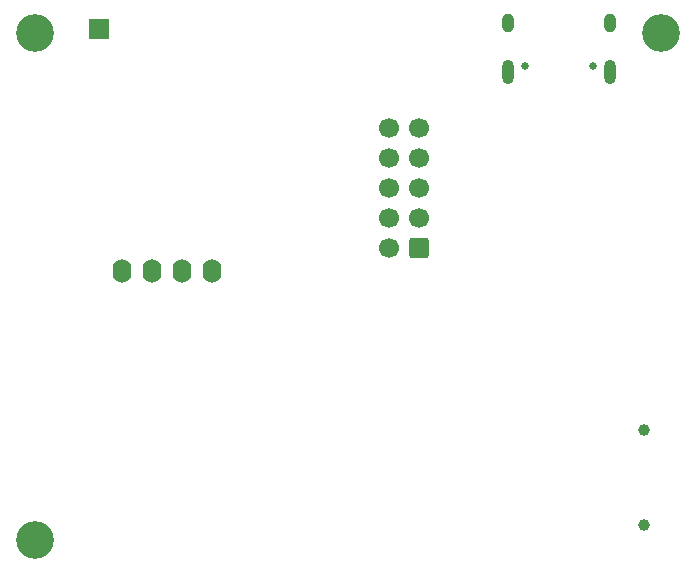
<source format=gbs>
G04 #@! TF.GenerationSoftware,KiCad,Pcbnew,(5.99.0-11444-g3c721c55de)*
G04 #@! TF.CreationDate,2021-10-03T12:01:57-03:00*
G04 #@! TF.ProjectId,d21lora,6432316c-6f72-4612-9e6b-696361645f70,rev?*
G04 #@! TF.SameCoordinates,Original*
G04 #@! TF.FileFunction,Soldermask,Bot*
G04 #@! TF.FilePolarity,Negative*
%FSLAX46Y46*%
G04 Gerber Fmt 4.6, Leading zero omitted, Abs format (unit mm)*
G04 Created by KiCad (PCBNEW (5.99.0-11444-g3c721c55de)) date 2021-10-03 12:01:57*
%MOMM*%
%LPD*%
G01*
G04 APERTURE LIST*
G04 Aperture macros list*
%AMRoundRect*
0 Rectangle with rounded corners*
0 $1 Rounding radius*
0 $2 $3 $4 $5 $6 $7 $8 $9 X,Y pos of 4 corners*
0 Add a 4 corners polygon primitive as box body*
4,1,4,$2,$3,$4,$5,$6,$7,$8,$9,$2,$3,0*
0 Add four circle primitives for the rounded corners*
1,1,$1+$1,$2,$3*
1,1,$1+$1,$4,$5*
1,1,$1+$1,$6,$7*
1,1,$1+$1,$8,$9*
0 Add four rect primitives between the rounded corners*
20,1,$1+$1,$2,$3,$4,$5,0*
20,1,$1+$1,$4,$5,$6,$7,0*
20,1,$1+$1,$6,$7,$8,$9,0*
20,1,$1+$1,$8,$9,$2,$3,0*%
G04 Aperture macros list end*
%ADD10C,3.200000*%
%ADD11O,1.600000X2.000000*%
%ADD12RoundRect,0.250000X0.600000X0.600000X-0.600000X0.600000X-0.600000X-0.600000X0.600000X-0.600000X0*%
%ADD13C,1.700000*%
%ADD14C,1.000000*%
%ADD15R,1.700000X1.700000*%
%ADD16C,0.650000*%
%ADD17O,1.000000X1.600000*%
%ADD18O,1.000000X2.100000*%
G04 APERTURE END LIST*
D10*
X3500000Y-3500000D03*
X3500000Y-46500000D03*
D11*
X10785742Y-23710400D03*
X13325742Y-23710400D03*
X15865742Y-23710400D03*
X18405742Y-23710400D03*
D12*
X36007700Y-21742400D03*
D13*
X33467700Y-21742400D03*
X36007700Y-19202400D03*
X33467700Y-19202400D03*
X36007700Y-16662400D03*
X33467700Y-16662400D03*
X36007700Y-14122400D03*
X33467700Y-14122400D03*
X36007700Y-11582400D03*
X33467700Y-11582400D03*
D14*
X55008800Y-37183600D03*
X55008800Y-45163600D03*
D10*
X56500000Y-3500000D03*
D15*
X8839200Y-3171874D03*
D16*
X44938200Y-6300800D03*
X50718200Y-6300800D03*
D17*
X52148200Y-2650800D03*
D18*
X43508200Y-6830800D03*
X52148200Y-6830800D03*
D17*
X43508200Y-2650800D03*
M02*

</source>
